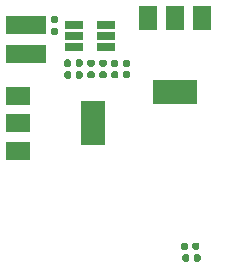
<source format=gbr>
%TF.GenerationSoftware,KiCad,Pcbnew,(5.1.6)-1*%
%TF.CreationDate,2020-10-15T17:46:37+08:00*%
%TF.ProjectId,Music_Player,4d757369-635f-4506-9c61-7965722e6b69,rev?*%
%TF.SameCoordinates,Original*%
%TF.FileFunction,Paste,Top*%
%TF.FilePolarity,Positive*%
%FSLAX46Y46*%
G04 Gerber Fmt 4.6, Leading zero omitted, Abs format (unit mm)*
G04 Created by KiCad (PCBNEW (5.1.6)-1) date 2020-10-15 17:46:37*
%MOMM*%
%LPD*%
G01*
G04 APERTURE LIST*
%ADD10R,1.500000X2.000000*%
%ADD11R,3.800000X2.000000*%
%ADD12R,2.000000X1.500000*%
%ADD13R,2.000000X3.800000*%
%ADD14R,1.560000X0.650000*%
%ADD15R,3.500000X1.600000*%
G04 APERTURE END LIST*
D10*
%TO.C,U5*%
X26900000Y-11350000D03*
X22300000Y-11350000D03*
X24600000Y-11350000D03*
D11*
X24600000Y-17650000D03*
%TD*%
D12*
%TO.C,U4*%
X11350000Y-18000000D03*
X11350000Y-22600000D03*
X11350000Y-20300000D03*
D13*
X17650000Y-20300000D03*
%TD*%
D14*
%TO.C,U3*%
X18750000Y-12900000D03*
X18750000Y-11950000D03*
X18750000Y-13850000D03*
X16050000Y-13850000D03*
X16050000Y-12900000D03*
X16050000Y-11950000D03*
%TD*%
%TO.C,R6*%
G36*
G01*
X15810000Y-15027500D02*
X15810000Y-15372500D01*
G75*
G02*
X15662500Y-15520000I-147500J0D01*
G01*
X15367500Y-15520000D01*
G75*
G02*
X15220000Y-15372500I0J147500D01*
G01*
X15220000Y-15027500D01*
G75*
G02*
X15367500Y-14880000I147500J0D01*
G01*
X15662500Y-14880000D01*
G75*
G02*
X15810000Y-15027500I0J-147500D01*
G01*
G37*
G36*
G01*
X16780000Y-15027500D02*
X16780000Y-15372500D01*
G75*
G02*
X16632500Y-15520000I-147500J0D01*
G01*
X16337500Y-15520000D01*
G75*
G02*
X16190000Y-15372500I0J147500D01*
G01*
X16190000Y-15027500D01*
G75*
G02*
X16337500Y-14880000I147500J0D01*
G01*
X16632500Y-14880000D01*
G75*
G02*
X16780000Y-15027500I0J-147500D01*
G01*
G37*
%TD*%
%TO.C,R5*%
G36*
G01*
X16190000Y-16372500D02*
X16190000Y-16027500D01*
G75*
G02*
X16337500Y-15880000I147500J0D01*
G01*
X16632500Y-15880000D01*
G75*
G02*
X16780000Y-16027500I0J-147500D01*
G01*
X16780000Y-16372500D01*
G75*
G02*
X16632500Y-16520000I-147500J0D01*
G01*
X16337500Y-16520000D01*
G75*
G02*
X16190000Y-16372500I0J147500D01*
G01*
G37*
G36*
G01*
X15220000Y-16372500D02*
X15220000Y-16027500D01*
G75*
G02*
X15367500Y-15880000I147500J0D01*
G01*
X15662500Y-15880000D01*
G75*
G02*
X15810000Y-16027500I0J-147500D01*
G01*
X15810000Y-16372500D01*
G75*
G02*
X15662500Y-16520000I-147500J0D01*
G01*
X15367500Y-16520000D01*
G75*
G02*
X15220000Y-16372500I0J147500D01*
G01*
G37*
%TD*%
D15*
%TO.C,L1*%
X12000000Y-14400000D03*
X12000000Y-12000000D03*
%TD*%
%TO.C,D3*%
G36*
G01*
X20672500Y-15510000D02*
X20327500Y-15510000D01*
G75*
G02*
X20180000Y-15362500I0J147500D01*
G01*
X20180000Y-15067500D01*
G75*
G02*
X20327500Y-14920000I147500J0D01*
G01*
X20672500Y-14920000D01*
G75*
G02*
X20820000Y-15067500I0J-147500D01*
G01*
X20820000Y-15362500D01*
G75*
G02*
X20672500Y-15510000I-147500J0D01*
G01*
G37*
G36*
G01*
X20672500Y-16480000D02*
X20327500Y-16480000D01*
G75*
G02*
X20180000Y-16332500I0J147500D01*
G01*
X20180000Y-16037500D01*
G75*
G02*
X20327500Y-15890000I147500J0D01*
G01*
X20672500Y-15890000D01*
G75*
G02*
X20820000Y-16037500I0J-147500D01*
G01*
X20820000Y-16332500D01*
G75*
G02*
X20672500Y-16480000I-147500J0D01*
G01*
G37*
%TD*%
%TO.C,D2*%
G36*
G01*
X19672500Y-15510000D02*
X19327500Y-15510000D01*
G75*
G02*
X19180000Y-15362500I0J147500D01*
G01*
X19180000Y-15067500D01*
G75*
G02*
X19327500Y-14920000I147500J0D01*
G01*
X19672500Y-14920000D01*
G75*
G02*
X19820000Y-15067500I0J-147500D01*
G01*
X19820000Y-15362500D01*
G75*
G02*
X19672500Y-15510000I-147500J0D01*
G01*
G37*
G36*
G01*
X19672500Y-16480000D02*
X19327500Y-16480000D01*
G75*
G02*
X19180000Y-16332500I0J147500D01*
G01*
X19180000Y-16037500D01*
G75*
G02*
X19327500Y-15890000I147500J0D01*
G01*
X19672500Y-15890000D01*
G75*
G02*
X19820000Y-16037500I0J-147500D01*
G01*
X19820000Y-16332500D01*
G75*
G02*
X19672500Y-16480000I-147500J0D01*
G01*
G37*
%TD*%
%TO.C,C8*%
G36*
G01*
X26190000Y-31872500D02*
X26190000Y-31527500D01*
G75*
G02*
X26337500Y-31380000I147500J0D01*
G01*
X26632500Y-31380000D01*
G75*
G02*
X26780000Y-31527500I0J-147500D01*
G01*
X26780000Y-31872500D01*
G75*
G02*
X26632500Y-32020000I-147500J0D01*
G01*
X26337500Y-32020000D01*
G75*
G02*
X26190000Y-31872500I0J147500D01*
G01*
G37*
G36*
G01*
X25220000Y-31872500D02*
X25220000Y-31527500D01*
G75*
G02*
X25367500Y-31380000I147500J0D01*
G01*
X25662500Y-31380000D01*
G75*
G02*
X25810000Y-31527500I0J-147500D01*
G01*
X25810000Y-31872500D01*
G75*
G02*
X25662500Y-32020000I-147500J0D01*
G01*
X25367500Y-32020000D01*
G75*
G02*
X25220000Y-31872500I0J147500D01*
G01*
G37*
%TD*%
%TO.C,C7*%
G36*
G01*
X26090000Y-30872500D02*
X26090000Y-30527500D01*
G75*
G02*
X26237500Y-30380000I147500J0D01*
G01*
X26532500Y-30380000D01*
G75*
G02*
X26680000Y-30527500I0J-147500D01*
G01*
X26680000Y-30872500D01*
G75*
G02*
X26532500Y-31020000I-147500J0D01*
G01*
X26237500Y-31020000D01*
G75*
G02*
X26090000Y-30872500I0J147500D01*
G01*
G37*
G36*
G01*
X25120000Y-30872500D02*
X25120000Y-30527500D01*
G75*
G02*
X25267500Y-30380000I147500J0D01*
G01*
X25562500Y-30380000D01*
G75*
G02*
X25710000Y-30527500I0J-147500D01*
G01*
X25710000Y-30872500D01*
G75*
G02*
X25562500Y-31020000I-147500J0D01*
G01*
X25267500Y-31020000D01*
G75*
G02*
X25120000Y-30872500I0J147500D01*
G01*
G37*
%TD*%
%TO.C,C4*%
G36*
G01*
X18327500Y-15875000D02*
X18672500Y-15875000D01*
G75*
G02*
X18820000Y-16022500I0J-147500D01*
G01*
X18820000Y-16317500D01*
G75*
G02*
X18672500Y-16465000I-147500J0D01*
G01*
X18327500Y-16465000D01*
G75*
G02*
X18180000Y-16317500I0J147500D01*
G01*
X18180000Y-16022500D01*
G75*
G02*
X18327500Y-15875000I147500J0D01*
G01*
G37*
G36*
G01*
X18327500Y-14905000D02*
X18672500Y-14905000D01*
G75*
G02*
X18820000Y-15052500I0J-147500D01*
G01*
X18820000Y-15347500D01*
G75*
G02*
X18672500Y-15495000I-147500J0D01*
G01*
X18327500Y-15495000D01*
G75*
G02*
X18180000Y-15347500I0J147500D01*
G01*
X18180000Y-15052500D01*
G75*
G02*
X18327500Y-14905000I147500J0D01*
G01*
G37*
%TD*%
%TO.C,C3*%
G36*
G01*
X17327500Y-15890000D02*
X17672500Y-15890000D01*
G75*
G02*
X17820000Y-16037500I0J-147500D01*
G01*
X17820000Y-16332500D01*
G75*
G02*
X17672500Y-16480000I-147500J0D01*
G01*
X17327500Y-16480000D01*
G75*
G02*
X17180000Y-16332500I0J147500D01*
G01*
X17180000Y-16037500D01*
G75*
G02*
X17327500Y-15890000I147500J0D01*
G01*
G37*
G36*
G01*
X17327500Y-14920000D02*
X17672500Y-14920000D01*
G75*
G02*
X17820000Y-15067500I0J-147500D01*
G01*
X17820000Y-15362500D01*
G75*
G02*
X17672500Y-15510000I-147500J0D01*
G01*
X17327500Y-15510000D01*
G75*
G02*
X17180000Y-15362500I0J147500D01*
G01*
X17180000Y-15067500D01*
G75*
G02*
X17327500Y-14920000I147500J0D01*
G01*
G37*
%TD*%
%TO.C,C2*%
G36*
G01*
X14572500Y-11810000D02*
X14227500Y-11810000D01*
G75*
G02*
X14080000Y-11662500I0J147500D01*
G01*
X14080000Y-11367500D01*
G75*
G02*
X14227500Y-11220000I147500J0D01*
G01*
X14572500Y-11220000D01*
G75*
G02*
X14720000Y-11367500I0J-147500D01*
G01*
X14720000Y-11662500D01*
G75*
G02*
X14572500Y-11810000I-147500J0D01*
G01*
G37*
G36*
G01*
X14572500Y-12780000D02*
X14227500Y-12780000D01*
G75*
G02*
X14080000Y-12632500I0J147500D01*
G01*
X14080000Y-12337500D01*
G75*
G02*
X14227500Y-12190000I147500J0D01*
G01*
X14572500Y-12190000D01*
G75*
G02*
X14720000Y-12337500I0J-147500D01*
G01*
X14720000Y-12632500D01*
G75*
G02*
X14572500Y-12780000I-147500J0D01*
G01*
G37*
%TD*%
M02*

</source>
